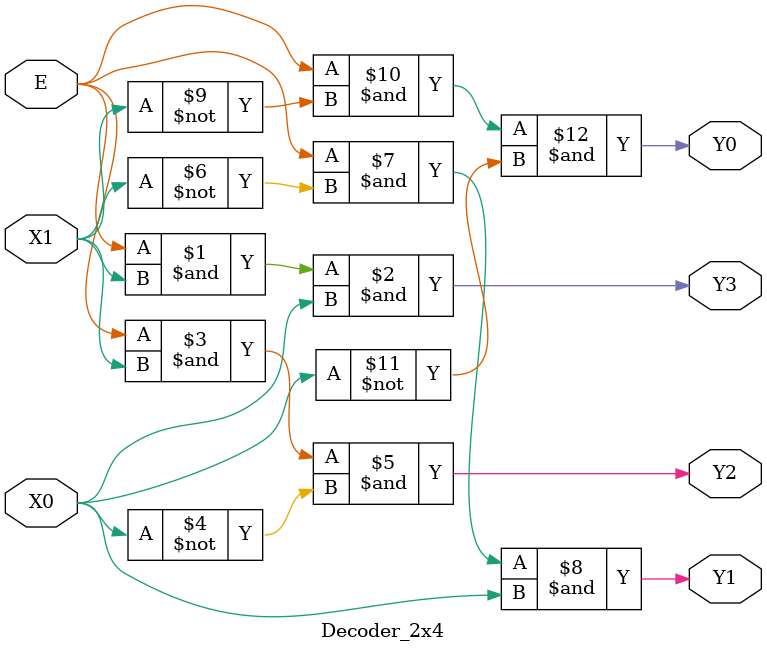
<source format=v>
module Decoder_2x4(
    input E,
    input X1,
    input X0,
    output Y3,
    output Y2,
    output Y1,
    output Y0
    );
    
assign Y3 = E & X1 & X0;
assign Y2 = E & X1 & ~X0;
assign Y1 = E & ~X1 & X0;
assign Y0 = E & ~X1 & ~X0;
   
endmodule

</source>
